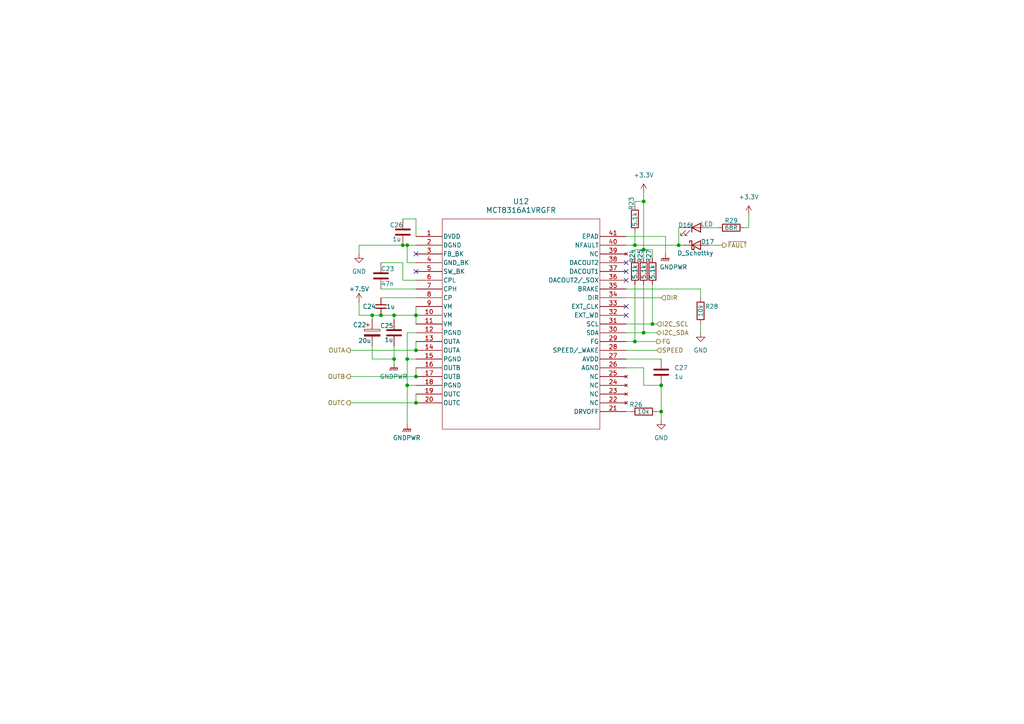
<source format=kicad_sch>
(kicad_sch (version 20231120) (generator "eeschema") (generator_version "8.0")
  (paper "A4")
  (lib_symbols
    (symbol "Device:C" (pin_numbers hide) (pin_names (offset 0.254))
      (property "Reference" "C" (at 0.635 2.54 0))
      (property "Value" "C" (at 0.635 -2.54 0))
      (symbol "C_0_1"
        (polyline (pts (xy -2.032 -0.762) (xy 2.032 -0.762)) (stroke (width 0.508)))
        (polyline (pts (xy -2.032 0.762) (xy 2.032 0.762)) (stroke (width 0.508)))
      )
      (symbol "C_1_1"
        (pin passive line (at 0 3.81 270) (length 2.794) (name "~") (number "1"))
        (pin passive line (at 0 -3.81 90) (length 2.794) (name "~") (number "2"))
      )
    )
    (symbol "Device:C_Polarized" (pin_numbers hide) (pin_names (offset 0.254))
      (property "Reference" "C" (at 0.635 2.54 0))
      (property "Value" "C_Polarized" (at 0.635 -2.54 0))
      (symbol "C_Polarized_0_1"
        (rectangle (start -2.286 0.508) (end 2.286 1.016))
        (polyline (pts (xy -1.778 2.286) (xy -0.762 2.286)))
        (polyline (pts (xy -1.27 2.794) (xy -1.27 1.778)))
        (rectangle (start 2.286 -0.508) (end -2.286 -1.016) (fill (type outline)))
      )
      (symbol "C_Polarized_1_1"
        (pin passive line (at 0 3.81 270) (length 2.794) (name "~") (number "1"))
        (pin passive line (at 0 -3.81 90) (length 2.794) (name "~") (number "2"))
      )
    )
    (symbol "Device:C_Small" (pin_numbers hide) (pin_names (offset 0.254) hide)
      (property "Reference" "C" (at 0.254 1.778 0))
      (property "Value" "C_Small" (at 0.254 -2.032 0))
      (symbol "C_Small_0_1"
        (polyline (pts (xy -1.524 -0.508) (xy 1.524 -0.508)) (stroke (width 0.3302)))
        (polyline (pts (xy -1.524 0.508) (xy 1.524 0.508)) (stroke (width 0.3048)))
      )
      (symbol "C_Small_1_1"
        (pin passive line (at 0 2.54 270) (length 2.032) (name "~") (number "1"))
        (pin passive line (at 0 -2.54 90) (length 2.032) (name "~") (number "2"))
      )
    )
    (symbol "Device:D_Schottky" (pin_numbers hide) (pin_names (offset 1.016) hide)
      (property "Reference" "D" (at 0 2.54 0))
      (property "Value" "D_Schottky" (at 0 -2.54 0))
      (symbol "D_Schottky_0_1"
        (polyline (pts (xy 1.27 0) (xy -1.27 0)))
        (polyline (pts (xy 1.27 1.27) (xy 1.27 -1.27) (xy -1.27 0) (xy 1.27 1.27)) (stroke (width 0.254)))
        (polyline (pts (xy -1.905 0.635) (xy -1.905 1.27) (xy -1.27 1.27) (xy -1.27 -1.27) (xy -0.635 -1.27) (xy -0.635 -0.635)) (stroke (width 0.254)))
      )
      (symbol "D_Schottky_1_1"
        (pin passive line (at -3.81 0 0) (length 2.54) (name "K") (number "1"))
        (pin passive line (at 3.81 0 180) (length 2.54) (name "A") (number "2"))
      )
    )
    (symbol "Device:LED" (pin_numbers hide) (pin_names (offset 1.016) hide)
      (property "Reference" "D" (at 0 2.54 0))
      (property "Value" "LED" (at 0 -2.54 0))
      (symbol "LED_0_1"
        (polyline (pts (xy -1.27 -1.27) (xy -1.27 1.27)) (stroke (width 0.254)))
        (polyline (pts (xy -1.27 0) (xy 1.27 0)))
        (polyline (pts (xy 1.27 -1.27) (xy 1.27 1.27) (xy -1.27 0) (xy 1.27 -1.27)) (stroke (width 0.254)))
        (polyline (pts (xy -3.048 -0.762) (xy -4.572 -2.286) (xy -3.81 -2.286) (xy -4.572 -2.286) (xy -4.572 -1.524)))
        (polyline (pts (xy -1.778 -0.762) (xy -3.302 -2.286) (xy -2.54 -2.286) (xy -3.302 -2.286) (xy -3.302 -1.524)))
      )
      (symbol "LED_1_1"
        (pin passive line (at -3.81 0 0) (length 2.54) (name "K") (number "1"))
        (pin passive line (at 3.81 0 180) (length 2.54) (name "A") (number "2"))
      )
    )
    (symbol "Device:R" (pin_numbers hide) (pin_names (offset 0))
      (property "Reference" "R" (at 2.032 0 90))
      (property "Value" "R" (at 0 0 90))
      (symbol "R_0_1"
        (rectangle (start -1.016 -2.54) (end 1.016 2.54) (stroke (width 0.254)))
      )
      (symbol "R_1_1"
        (pin passive line (at 0 3.81 270) (length 1.27) (name "~") (number "1"))
        (pin passive line (at 0 -3.81 90) (length 1.27) (name "~") (number "2"))
      )
    )
    (symbol "MCT8316:MCT8316A1VRGFR" (pin_names (offset 0.254))
      (property "Reference" "U10" (at 30.48 10.16 0))
      (property "Value" "MCT8316A1VRGFR" (at 30.48 7.62 0))
      (symbol "MCT8316A1VRGFR_0_1"
        (polyline (pts (xy 7.62 -55.88) (xy 53.34 -55.88)) (stroke (width 0.127)))
        (polyline (pts (xy 7.62 5.08) (xy 7.62 -55.88)) (stroke (width 0.127)))
        (polyline (pts (xy 53.34 -55.88) (xy 53.34 5.08)) (stroke (width 0.127)))
        (polyline (pts (xy 53.34 5.08) (xy 7.62 5.08)) (stroke (width 0.127)))
        (pin power_in line (at 0 0 0) (length 7.62) (name "DVDD") (number "1"))
        (pin input line (at 0 -22.86 0) (length 7.62) (name "VM") (number "10"))
        (pin input line (at 0 -25.4 0) (length 7.62) (name "VM") (number "11"))
        (pin power_out line (at 0 -27.94 0) (length 7.62) (name "PGND") (number "12"))
        (pin output line (at 0 -30.48 0) (length 7.62) (name "OUTA") (number "13"))
        (pin output line (at 0 -33.02 0) (length 7.62) (name "OUTA") (number "14"))
        (pin power_out line (at 0 -35.56 0) (length 7.62) (name "PGND") (number "15"))
        (pin output line (at 0 -38.1 0) (length 7.62) (name "OUTB") (number "16"))
        (pin output line (at 0 -40.64 0) (length 7.62) (name "OUTB") (number "17"))
        (pin power_out line (at 0 -43.18 0) (length 7.62) (name "PGND") (number "18"))
        (pin output line (at 0 -45.72 0) (length 7.62) (name "OUTC") (number "19"))
        (pin power_out line (at 0 -2.54 0) (length 7.62) (name "DGND") (number "2"))
        (pin output line (at 0 -48.26 0) (length 7.62) (name "OUTC") (number "20"))
        (pin input line (at 60.96 -50.8 180) (length 7.62) (name "DRVOFF") (number "21"))
        (pin no_connect line (at 60.96 -48.26 180) (length 7.62) (name "NC") (number "22"))
        (pin no_connect line (at 60.96 -45.72 180) (length 7.62) (name "NC") (number "23"))
        (pin no_connect line (at 60.96 -43.18 180) (length 7.62) (name "NC") (number "24"))
        (pin no_connect line (at 60.96 -40.64 180) (length 7.62) (name "NC") (number "25"))
        (pin power_out line (at 60.96 -38.1 180) (length 7.62) (name "AGND") (number "26"))
        (pin input line (at 60.96 -33.02 180) (length 7.62) (name "SPEED/_WAKE") (number "28"))
        (pin output line (at 60.96 -30.48 180) (length 7.62) (name "FG") (number "29"))
        (pin bidirectional line (at 0 -5.08 0) (length 7.62) (name "FB_BK") (number "3"))
        (pin bidirectional line (at 60.96 -27.94 180) (length 7.62) (name "SDA") (number "30"))
        (pin input line (at 60.96 -25.4 180) (length 7.62) (name "SCL") (number "31"))
        (pin input line (at 60.96 -22.86 180) (length 7.62) (name "EXT_WD") (number "32"))
        (pin input line (at 60.96 -20.32 180) (length 7.62) (name "EXT_CLK") (number "33"))
        (pin input line (at 60.96 -17.78 180) (length 7.62) (name "DIR") (number "34"))
        (pin input line (at 60.96 -15.24 180) (length 7.62) (name "BRAKE") (number "35"))
        (pin output line (at 60.96 -12.7 180) (length 7.62) (name "DACOUT2/_SOX") (number "36"))
        (pin output line (at 60.96 -10.16 180) (length 7.62) (name "DACOUT1") (number "37"))
        (pin output line (at 60.96 -7.62 180) (length 7.62) (name "DACOUT2") (number "38"))
        (pin no_connect line (at 60.96 -5.08 180) (length 7.62) (name "NC") (number "39"))
        (pin power_out line (at 0 -7.62 0) (length 7.62) (name "GND_BK") (number "4"))
        (pin output line (at 60.96 -2.54 180) (length 7.62) (name "NFAULT") (number "40"))
        (pin power_out line (at 60.96 0 180) (length 7.62) (name "EPAD") (number "41"))
        (pin power_in line (at 0 -10.16 0) (length 7.62) (name "SW_BK") (number "5"))
        (pin power_in line (at 0 -12.7 0) (length 7.62) (name "CPL") (number "6"))
        (pin power_in line (at 0 -15.24 0) (length 7.62) (name "CPH") (number "7"))
        (pin power_in line (at 0 -17.78 0) (length 7.62) (name "CP") (number "8"))
        (pin input line (at 0 -20.32 0) (length 7.62) (name "VM") (number "9"))
      )
      (symbol "MCT8316A1VRGFR_1_1"
        (pin passive line (at 60.96 -35.56 180) (length 7.62) (name "AVDD") (number "27"))
      )
    )
    (symbol "power:+3.3V" (power) (pin_numbers hide) (pin_names (offset 0) hide)
      (property "Value" "+3.3V" (at 0 3.556 0))
      (symbol "+3.3V_0_1"
        (polyline (pts (xy -0.762 1.27) (xy 0 2.54)))
        (polyline (pts (xy 0 0) (xy 0 2.54)))
        (polyline (pts (xy 0 2.54) (xy 0.762 1.27)))
      )
      (symbol "+3.3V_1_1"
        (pin power_in line (at 0 0 90) (length 0) (name "~") (number "1"))
      )
    )
    (symbol "power:+7.5V" (power) (pin_numbers hide) (pin_names (offset 0) hide)
      (property "Value" "+7.5V" (at 0 3.556 0))
      (symbol "+7.5V_0_1"
        (polyline (pts (xy -0.762 1.27) (xy 0 2.54)))
        (polyline (pts (xy 0 0) (xy 0 2.54)))
        (polyline (pts (xy 0 2.54) (xy 0.762 1.27)))
      )
      (symbol "+7.5V_1_1"
        (pin power_in line (at 0 0 90) (length 0) (name "~") (number "1"))
      )
    )
    (symbol "power:GND" (power) (pin_numbers hide) (pin_names (offset 0) hide)
      (property "Value" "GND" (at 0 -3.81 0))
      (symbol "GND_0_1"
        (polyline (pts (xy 0 0) (xy 0 -1.27) (xy 1.27 -1.27) (xy 0 -2.54) (xy -1.27 -1.27) (xy 0 -1.27)))
      )
      (symbol "GND_1_1"
        (pin power_in line (at 0 0 270) (length 0) (name "~") (number "1"))
      )
    )
    (symbol "power:GNDPWR" (power) (pin_numbers hide) (pin_names (offset 0) hide)
      (property "Value" "GNDPWR" (at 0 -3.302 0))
      (symbol "GNDPWR_0_1"
        (polyline (pts (xy 0 -1.27) (xy 0 0)))
        (polyline (pts (xy -1.016 -1.27) (xy -1.27 -2.032) (xy -1.27 -2.032)) (stroke (width 0.2032)))
        (polyline (pts (xy -0.508 -1.27) (xy -0.762 -2.032) (xy -0.762 -2.032)) (stroke (width 0.2032)))
        (polyline (pts (xy 0 -1.27) (xy -0.254 -2.032) (xy -0.254 -2.032)) (stroke (width 0.2032)))
        (polyline (pts (xy 0.508 -1.27) (xy 0.254 -2.032) (xy 0.254 -2.032)) (stroke (width 0.2032)))
        (polyline (pts (xy 1.016 -1.27) (xy -1.016 -1.27) (xy -1.016 -1.27)) (stroke (width 0.2032)))
        (polyline (pts (xy 1.016 -1.27) (xy 0.762 -2.032) (xy 0.762 -2.032) (xy 0.762 -2.032)) (stroke (width 0.2032)))
      )
      (symbol "GNDPWR_1_1"
        (pin power_in line (at 0 0 270) (length 0) (name "~") (number "1"))
      )
    )
  )
  (junction (at 118.11 71.12))
  (junction (at 186.69 72.39))
  (junction (at 118.11 111.76))
  (junction (at 196.85 71.12))
  (junction (at 184.15 99.06))
  (junction (at 120.65 109.22))
  (junction (at 114.3 104.14))
  (junction (at 118.11 104.14))
  (junction (at 114.3 91.44))
  (junction (at 110.49 91.44))
  (junction (at 186.69 58.42))
  (junction (at 116.84 71.12))
  (junction (at 120.65 116.84))
  (junction (at 189.23 93.98))
  (junction (at 186.69 96.52))
  (junction (at 184.15 71.12))
  (junction (at 120.65 91.44))
  (junction (at 120.65 101.6))
  (junction (at 191.77 119.38))
  (junction (at 191.77 111.76))
  (junction (at 107.95 91.44))
  (no_connect (at 181.61 91.44))
  (no_connect (at 181.61 76.2))
  (no_connect (at 181.61 78.74))
  (no_connect (at 181.61 81.28))
  (no_connect (at 120.65 73.66))
  (no_connect (at 181.61 88.9))
  (no_connect (at 120.65 78.74))
  (wire (pts (xy 110.49 91.44) (xy 107.95 91.44)))
  (wire (pts (xy 120.65 99.06) (xy 120.65 101.6)))
  (wire (pts (xy 120.65 88.9) (xy 120.65 91.44)))
  (wire (pts (xy 186.69 82.55) (xy 186.69 96.52)))
  (wire (pts (xy 205.74 66.04) (xy 208.28 66.04)))
  (wire (pts (xy 114.3 91.44) (xy 110.49 91.44)))
  (wire (pts (xy 181.61 96.52) (xy 186.69 96.52)))
  (wire (pts (xy 116.84 71.12) (xy 104.14 71.12)))
  (wire (pts (xy 120.65 81.28) (xy 116.84 81.28)))
  (wire (pts (xy 189.23 93.98) (xy 190.5 93.98)))
  (wire (pts (xy 118.11 96.52) (xy 118.11 104.14)))
  (wire (pts (xy 107.95 104.14) (xy 114.3 104.14)))
  (wire (pts (xy 191.77 119.38) (xy 190.5 119.38)))
  (wire (pts (xy 189.23 72.39) (xy 186.69 72.39)))
  (wire (pts (xy 104.14 87.63) (xy 104.14 91.44)))
  (wire (pts (xy 104.14 71.12) (xy 104.14 73.66)))
  (wire (pts (xy 191.77 119.38) (xy 191.77 121.92)))
  (wire (pts (xy 110.49 86.36) (xy 120.65 86.36)))
  (wire (pts (xy 120.65 68.58) (xy 120.65 63.5)))
  (wire (pts (xy 120.65 114.3) (xy 120.65 116.84)))
  (wire (pts (xy 101.6 101.6) (xy 120.65 101.6)))
  (wire (pts (xy 107.95 100.33) (xy 107.95 104.14)))
  (wire (pts (xy 186.69 58.42) (xy 186.69 72.39)))
  (wire (pts (xy 189.23 74.93) (xy 189.23 72.39)))
  (wire (pts (xy 193.04 68.58) (xy 193.04 73.66)))
  (wire (pts (xy 181.61 101.6) (xy 190.5 101.6)))
  (wire (pts (xy 116.84 71.12) (xy 118.11 71.12)))
  (wire (pts (xy 181.61 83.82) (xy 203.2 83.82)))
  (wire (pts (xy 217.17 62.23) (xy 217.17 66.04)))
  (wire (pts (xy 120.65 96.52) (xy 118.11 96.52)))
  (wire (pts (xy 205.74 71.12) (xy 209.55 71.12)))
  (wire (pts (xy 107.95 91.44) (xy 107.95 92.71)))
  (wire (pts (xy 118.11 104.14) (xy 118.11 111.76)))
  (wire (pts (xy 186.69 74.93) (xy 186.69 72.39)))
  (wire (pts (xy 196.85 66.04) (xy 198.12 66.04)))
  (wire (pts (xy 101.6 116.84) (xy 120.65 116.84)))
  (wire (pts (xy 217.17 66.04) (xy 215.9 66.04)))
  (wire (pts (xy 114.3 104.14) (xy 114.3 105.41)))
  (wire (pts (xy 181.61 86.36) (xy 191.77 86.36)))
  (wire (pts (xy 181.61 106.68) (xy 186.69 106.68)))
  (wire (pts (xy 110.49 76.2) (xy 116.84 76.2)))
  (wire (pts (xy 120.65 63.5) (xy 116.84 63.5)))
  (wire (pts (xy 118.11 71.12) (xy 118.11 76.2)))
  (wire (pts (xy 181.61 68.58) (xy 193.04 68.58)))
  (wire (pts (xy 114.3 91.44) (xy 114.3 92.71)))
  (wire (pts (xy 181.61 104.14) (xy 191.77 104.14)))
  (wire (pts (xy 184.15 71.12) (xy 184.15 67.31)))
  (wire (pts (xy 196.85 71.12) (xy 196.85 66.04)))
  (wire (pts (xy 189.23 82.55) (xy 189.23 93.98)))
  (wire (pts (xy 184.15 82.55) (xy 184.15 99.06)))
  (wire (pts (xy 182.88 119.38) (xy 181.61 119.38)))
  (wire (pts (xy 203.2 83.82) (xy 203.2 86.36)))
  (wire (pts (xy 120.65 106.68) (xy 120.65 109.22)))
  (wire (pts (xy 184.15 58.42) (xy 186.69 58.42)))
  (wire (pts (xy 120.65 91.44) (xy 120.65 93.98)))
  (wire (pts (xy 114.3 100.33) (xy 114.3 104.14)))
  (wire (pts (xy 118.11 104.14) (xy 120.65 104.14)))
  (wire (pts (xy 186.69 111.76) (xy 191.77 111.76)))
  (wire (pts (xy 203.2 93.98) (xy 203.2 96.52)))
  (wire (pts (xy 184.15 71.12) (xy 196.85 71.12)))
  (wire (pts (xy 196.85 71.12) (xy 198.12 71.12)))
  (wire (pts (xy 118.11 71.12) (xy 120.65 71.12)))
  (wire (pts (xy 116.84 81.28) (xy 116.84 76.2)))
  (wire (pts (xy 181.61 99.06) (xy 184.15 99.06)))
  (wire (pts (xy 107.95 91.44) (xy 104.14 91.44)))
  (wire (pts (xy 120.65 91.44) (xy 114.3 91.44)))
  (wire (pts (xy 101.6 109.22) (xy 120.65 109.22)))
  (wire (pts (xy 110.49 83.82) (xy 120.65 83.82)))
  (wire (pts (xy 186.69 96.52) (xy 190.5 96.52)))
  (wire (pts (xy 120.65 76.2) (xy 118.11 76.2)))
  (wire (pts (xy 181.61 71.12) (xy 184.15 71.12)))
  (wire (pts (xy 184.15 72.39) (xy 184.15 74.93)))
  (wire (pts (xy 186.69 106.68) (xy 186.69 111.76)))
  (wire (pts (xy 186.69 55.88) (xy 186.69 58.42)))
  (wire (pts (xy 181.61 93.98) (xy 189.23 93.98)))
  (wire (pts (xy 186.69 72.39) (xy 184.15 72.39)))
  (wire (pts (xy 118.11 111.76) (xy 120.65 111.76)))
  (wire (pts (xy 184.15 58.42) (xy 184.15 59.69)))
  (wire (pts (xy 118.11 111.76) (xy 118.11 123.19)))
  (wire (pts (xy 191.77 111.76) (xy 191.77 119.38)))
  (wire (pts (xy 184.15 99.06) (xy 190.5 99.06)))
  (hierarchical_label "OUTC" (shape output) (at 101.6 116.84 180))
  (hierarchical_label "DIR" (shape input) (at 191.77 86.36 0))
  (hierarchical_label "I2C_SDA" (shape bidirectional) (at 190.5 96.52 0))
  (hierarchical_label "~{FAULT}" (shape output) (at 209.55 71.12 0))
  (hierarchical_label "OUTA" (shape output) (at 101.6 101.6 180))
  (hierarchical_label "FG" (shape output) (at 190.5 99.06 0))
  (hierarchical_label "I2C_SCL" (shape input) (at 190.5 93.98 0))
  (hierarchical_label "SPEED" (shape input) (at 190.5 101.6 0))
  (hierarchical_label "OUTB" (shape output) (at 101.6 109.22 180))
  (symbol (lib_id "power:+3.3V") (at 186.69 55.88 0) (unit 1)
    (property "Reference" "#PWR059" (effects (hide yes)))
    (property "Value" "+3.3V" (at 186.69 50.8 0))
    (property "Description" "Power symbol creates a global label with name \"+3.3V\"" (effects (hide yes)))
    (instances (project "Main System" (path "" (reference "#PWR059") (unit 1)) (path "" (reference "#PWR068") (unit 1)) (path "" (reference "#PWR077") (unit 1))))
  )
  (symbol (lib_id "Device:C_Small") (at 110.49 88.9 0) (unit 1)
    (property "Reference" "C24" (at 105.156 88.9 0) (effects (justify left)))
    (property "Value" "1u" (at 112.014 88.9 0) (effects (justify left)))
    (property "Footprint" "Capacitor_SMD:C_0805_2012Metric" (effects (hide yes)))
    (property "Description" "Unpolarized capacitor, small symbol" (effects (hide yes)))
    (property "DIGIKEY_PN" "1276-1029-1-ND" (effects (hide yes)))
    (instances (project "Main System" (path "" (reference "C24") (unit 1)) (path "" (reference "C30") (unit 1)) (path "" (reference "C36") (unit 1))))
  )
  (symbol (lib_id "Device:R") (at 203.2 90.17 0) (unit 1)
    (property "Reference" "R28" (at 204.47 88.9 0) (effects (justify left)))
    (property "Value" "10k" (at 203.2 91.948 90) (effects (justify left)))
    (property "Footprint" "Resistor_SMD:R_0603_1608Metric" (effects (hide yes)))
    (property "Description" "Resistor" (effects (hide yes)))
    (property "DIGIKEY_PN" "RMCF0603JT10K0CT-ND" (effects (hide yes)))
    (instances (project "Main System" (path "" (reference "R28") (unit 1)) (path "" (reference "R35") (unit 1)) (path "" (reference "R42") (unit 1))))
  )
  (symbol (lib_id "power:GNDPWR") (at 118.11 123.19 0) (unit 1)
    (property "Reference" "#PWR058" (effects (hide yes)))
    (property "Value" "GNDPWR" (at 117.983 127 0))
    (property "Description" "Power symbol creates a global label with name \"GNDPWR\" , global ground" (effects (hide yes)))
    (instances (project "Main System" (path "" (reference "#PWR058") (unit 1)) (path "" (reference "#PWR067") (unit 1)) (path "" (reference "#PWR076") (unit 1))))
  )
  (symbol (lib_id "power:+3.3V") (at 217.17 62.23 0) (unit 1)
    (property "Reference" "#PWR063" (effects (hide yes)))
    (property "Value" "+3.3V" (at 217.17 57.15 0))
    (property "Description" "Power symbol creates a global label with name \"+3.3V\"" (effects (hide yes)))
    (instances (project "" (path "" (reference "#PWR063") (unit 1)) (path "" (reference "#PWR072") (unit 1)) (path "" (reference "#PWR081") (unit 1))))
  )
  (symbol (lib_id "Device:R") (at 184.15 78.74 0) (unit 1)
    (property "Reference" "R24" (at 183.388 76.2 90) (effects (justify left)))
    (property "Value" "5.1k" (at 184.15 81.026 90) (effects (justify left)))
    (property "Footprint" "Resistor_SMD:R_0402_1005Metric" (effects (hide yes)))
    (property "Description" "Resistor" (effects (hide yes)))
    (property "DIGIKEY_PN" "P5.10KLCT-ND" (effects (hide yes)))
    (instances (project "Main System" (path "" (reference "R24") (unit 1)) (path "" (reference "R31") (unit 1)) (path "" (reference "R38") (unit 1))))
  )
  (symbol (lib_id "power:GND") (at 104.14 73.66 0) (unit 1)
    (property "Reference" "#PWR055" (effects (hide yes)))
    (property "Value" "GND" (at 104.14 78.74 0))
    (property "Description" "Power symbol creates a global label with name \"GND\" , ground" (effects (hide yes)))
    (instances (project "Main System" (path "" (reference "#PWR055") (unit 1)) (path "" (reference "#PWR064") (unit 1)) (path "" (reference "#PWR073") (unit 1))))
  )
  (symbol (lib_id "Device:C") (at 114.3 96.52 0) (unit 1)
    (property "Reference" "C25" (at 110.236 94.488 0) (effects (justify left)))
    (property "Value" "1u" (at 111.506 98.552 0) (effects (justify left)))
    (property "Footprint" "Capacitor_SMD:C_0805_2012Metric" (effects (hide yes)))
    (property "Description" "Unpolarized capacitor" (effects (hide yes)))
    (property "DIGIKEY_PN" "1276-1029-1-ND" (effects (hide yes)))
    (instances (project "Main System" (path "" (reference "C25") (unit 1)) (path "" (reference "C31") (unit 1)) (path "" (reference "C37") (unit 1))))
  )
  (symbol (lib_id "Device:R") (at 186.69 119.38 90) (unit 1)
    (property "Reference" "R26" (at 186.436 117.348 90) (effects (justify left)))
    (property "Value" "10k" (at 188.468 119.38 90) (effects (justify left)))
    (property "Footprint" "Resistor_SMD:R_0603_1608Metric" (effects (hide yes)))
    (property "Description" "Resistor" (effects (hide yes)))
    (property "DIGIKEY_PN" "RMCF0603JT10K0CT-ND" (effects (hide yes)))
    (instances (project "Main System" (path "" (reference "R26") (unit 1)) (path "" (reference "R33") (unit 1)) (path "" (reference "R40") (unit 1))))
  )
  (symbol (lib_id "power:GNDPWR") (at 193.04 73.66 0) (unit 1)
    (property "Reference" "#PWR061" (effects (hide yes)))
    (property "Value" "GNDPWR" (at 195.326 77.47 0))
    (property "Description" "Power symbol creates a global label with name \"GNDPWR\" , global ground" (effects (hide yes)))
    (instances (project "Main System" (path "" (reference "#PWR061") (unit 1)) (path "" (reference "#PWR070") (unit 1)) (path "" (reference "#PWR079") (unit 1))))
  )
  (symbol (lib_id "power:GND") (at 203.2 96.52 0) (unit 1)
    (property "Reference" "#PWR062" (effects (hide yes)))
    (property "Value" "GND" (at 203.2 101.6 0))
    (property "Description" "Power symbol creates a global label with name \"GND\" , ground" (effects (hide yes)))
    (instances (project "Main System" (path "" (reference "#PWR062") (unit 1)) (path "" (reference "#PWR071") (unit 1)) (path "" (reference "#PWR080") (unit 1))))
  )
  (symbol (lib_id "Device:D_Schottky") (at 201.93 71.12 0) (unit 1)
    (property "Reference" "D17" (at 205.232 70.104 0))
    (property "Value" "D_Schottky" (at 201.676 73.406 0))
    (property "Footprint" "Diode_SMD:D_SOD-323" (effects (hide yes)))
    (property "Description" "Schottky diode" (effects (hide yes)))
    (property "DIGIKEY_PN" "3757-SD103AWS_R1_00001CT-ND" (effects (hide yes)))
    (instances (project "" (path "" (reference "D17") (unit 1)) (path "" (reference "D19") (unit 1)) (path "" (reference "D21") (unit 1))))
  )
  (symbol (lib_id "Device:C") (at 110.49 80.01 0) (unit 1)
    (property "Reference" "C23" (at 110.49 77.978 0) (effects (justify left)))
    (property "Value" "47n" (at 110.49 82.296 0) (effects (justify left)))
    (property "Footprint" "Capacitor_SMD:C_0402_1005Metric" (effects (hide yes)))
    (property "Description" "Unpolarized capacitor" (effects (hide yes)))
    (property "DIGIKEY_PN" "445-6897-1-ND" (effects (hide yes)))
    (instances (project "Main System" (path "" (reference "C23") (unit 1)) (path "" (reference "C29") (unit 1)) (path "" (reference "C35") (unit 1))))
  )
  (symbol (lib_id "Device:C_Polarized") (at 107.95 96.52 0) (unit 1)
    (property "Reference" "C22" (at 102.362 94.234 0) (effects (justify left)))
    (property "Value" "20u" (at 103.886 98.806 0) (effects (justify left)))
    (property "Footprint" "Capacitor_THT:CP_Radial_D10.0mm_P5.00mm" (effects (hide yes)))
    (property "Description" "Polarized capacitor" (effects (hide yes)))
    (property "DIGIKEY_PN" "565-EGXF351ELL200MJ25S-ND" (effects (hide yes)))
    (instances (project "Main System" (path "" (reference "C22") (unit 1)) (path "" (reference "C28") (unit 1)) (path "" (reference "C34") (unit 1))))
  )
  (symbol (lib_id "Device:R") (at 212.09 66.04 90) (unit 1)
    (property "Reference" "R29" (at 212.09 64.008 90))
    (property "Value" "68R" (at 212.09 66.04 90))
    (property "Footprint" "Resistor_SMD:R_0402_1005Metric" (effects (hide yes)))
    (property "Description" "Resistor" (effects (hide yes)))
    (property "DIGIKEY_PN" "P68.0LCT-ND" (effects (hide yes)))
    (instances (project "" (path "" (reference "R29") (unit 1)) (path "" (reference "R36") (unit 1)) (path "" (reference "R43") (unit 1))))
  )
  (symbol (lib_id "Device:R") (at 189.23 78.74 0) (unit 1)
    (property "Reference" "R27" (at 188.214 76.2 90) (effects (justify left)))
    (property "Value" "5.1k" (at 189.23 81.026 90) (effects (justify left)))
    (property "Footprint" "Resistor_SMD:R_0402_1005Metric" (effects (hide yes)))
    (property "Description" "Resistor" (effects (hide yes)))
    (property "DIGIKEY_PN" "P5.10KLCT-ND" (effects (hide yes)))
    (instances (project "Main System" (path "" (reference "R27") (unit 1)) (path "" (reference "R34") (unit 1)) (path "" (reference "R41") (unit 1))))
  )
  (symbol (lib_id "power:GNDPWR") (at 114.3 105.41 0) (unit 1)
    (property "Reference" "#PWR057" (effects (hide yes)))
    (property "Value" "GNDPWR" (at 114.173 109.22 0))
    (property "Description" "Power symbol creates a global label with name \"GNDPWR\" , global ground" (effects (hide yes)))
    (instances (project "Main System" (path "" (reference "#PWR057") (unit 1)) (path "" (reference "#PWR066") (unit 1)) (path "" (reference "#PWR075") (unit 1))))
  )
  (symbol (lib_id "Device:C") (at 191.77 107.95 0) (unit 1)
    (property "Reference" "C27" (at 195.58 106.6799 0) (effects (justify left)))
    (property "Value" "1u" (at 195.58 109.2199 0) (effects (justify left)))
    (property "Footprint" "Capacitor_SMD:C_0805_2012Metric" (effects (hide yes)))
    (property "Description" "Unpolarized capacitor" (effects (hide yes)))
    (property "DIGIKEY_PN" "1276-1029-1-ND" (effects (hide yes)))
    (instances (project "Main System" (path "" (reference "C27") (unit 1)) (path "" (reference "C33") (unit 1)) (path "" (reference "C39") (unit 1))))
  )
  (symbol (lib_id "power:GND") (at 191.77 121.92 0) (unit 1)
    (property "Reference" "#PWR060" (effects (hide yes)))
    (property "Value" "GND" (at 191.77 127 0))
    (property "Description" "Power symbol creates a global label with name \"GND\" , ground" (effects (hide yes)))
    (instances (project "Main System" (path "" (reference "#PWR060") (unit 1)) (path "" (reference "#PWR069") (unit 1)) (path "" (reference "#PWR078") (unit 1))))
  )
  (symbol (lib_id "Device:LED") (at 201.93 66.04 0) (unit 1)
    (property "Reference" "D16" (at 198.628 65.278 0))
    (property "Value" "LED" (at 204.978 65.024 0))
    (property "Footprint" "LED_SMD:LED_0603_1608Metric" (effects (hide yes)))
    (property "Description" "Light emitting diode" (effects (hide yes)))
    (property "DIGIKEY_PN" "732-4978-1-ND" (effects (hide yes)))
    (instances (project "" (path "" (reference "D16") (unit 1)) (path "" (reference "D18") (unit 1)) (path "" (reference "D20") (unit 1))))
  )
  (symbol (lib_id "power:+7.5V") (at 104.14 87.63 0) (unit 1)
    (property "Reference" "#PWR056" (effects (hide yes)))
    (property "Value" "+7.5V" (at 104.14 83.82 0))
    (property "Description" "Power symbol creates a global label with name \"+7.5V\"" (effects (hide yes)))
    (instances (project "Main System" (path "" (reference "#PWR056") (unit 1)) (path "" (reference "#PWR065") (unit 1)) (path "" (reference "#PWR074") (unit 1))))
  )
  (symbol (lib_id "Device:C") (at 116.84 67.31 0) (unit 1)
    (property "Reference" "C26" (at 113.03 65.278 0) (effects (justify left)))
    (property "Value" "1u" (at 113.792 69.342 0) (effects (justify left)))
    (property "Footprint" "Capacitor_SMD:C_0805_2012Metric" (effects (hide yes)))
    (property "Description" "Unpolarized capacitor" (effects (hide yes)))
    (property "DIGIKEY_PN" "1276-1029-1-ND" (effects (hide yes)))
    (instances (project "Main System" (path "" (reference "C26") (unit 1)) (path "" (reference "C32") (unit 1)) (path "" (reference "C38") (unit 1))))
  )
  (symbol (lib_id "MCT8316:MCT8316A1VRGFR") (at 120.65 68.58 0) (unit 1)
    (property "Reference" "U12" (at 151.13 58.42 0) (effects (font (size 1.524 1.524))))
    (property "Value" "MCT8316A1VRGFR" (at 151.13 60.96 0) (effects (font (size 1.524 1.524))))
    (property "Footprint" "MCT8316A1VRGFR:VQFN40_RGF_TEX" (effects (hide yes)))
    (property "Datasheet" "MCT8316A1VRGFR" (effects (hide yes)))
    (property "DIGIKEY_PN" "296-MCT8316A1VRGFRCT-ND" (effects (hide yes)))
    (instances (project "Main System" (path "" (reference "U12") (unit 1)) (path "" (reference "U13") (unit 1)) (path "" (reference "U14") (unit 1))))
  )
  (symbol (lib_id "Device:R") (at 184.15 63.5 0) (unit 1)
    (property "Reference" "R23" (at 183.134 60.96 90) (effects (justify left)))
    (property "Value" "5.1k" (at 184.15 65.786 90) (effects (justify left)))
    (property "Footprint" "Resistor_SMD:R_0402_1005Metric" (effects (hide yes)))
    (property "Description" "Resistor" (effects (hide yes)))
    (property "DIGIKEY_PN" "P5.10KLCT-ND" (effects (hide yes)))
    (instances (project "Main System" (path "" (reference "R23") (unit 1)) (path "" (reference "R30") (unit 1)) (path "" (reference "R37") (unit 1))))
  )
  (symbol (lib_id "Device:R") (at 186.69 78.74 0) (unit 1)
    (property "Reference" "R25" (at 185.674 76.2 90) (effects (justify left)))
    (property "Value" "5.1k" (at 186.69 81.026 90) (effects (justify left)))
    (property "Footprint" "Resistor_SMD:R_0402_1005Metric" (effects (hide yes)))
    (property "Description" "Resistor" (effects (hide yes)))
    (property "DIGIKEY_PN" "P5.10KLCT-ND" (effects (hide yes)))
    (instances (project "Main System" (path "" (reference "R25") (unit 1)) (path "" (reference "R32") (unit 1)) (path "" (reference "R39") (unit 1))))
  )
)
</source>
